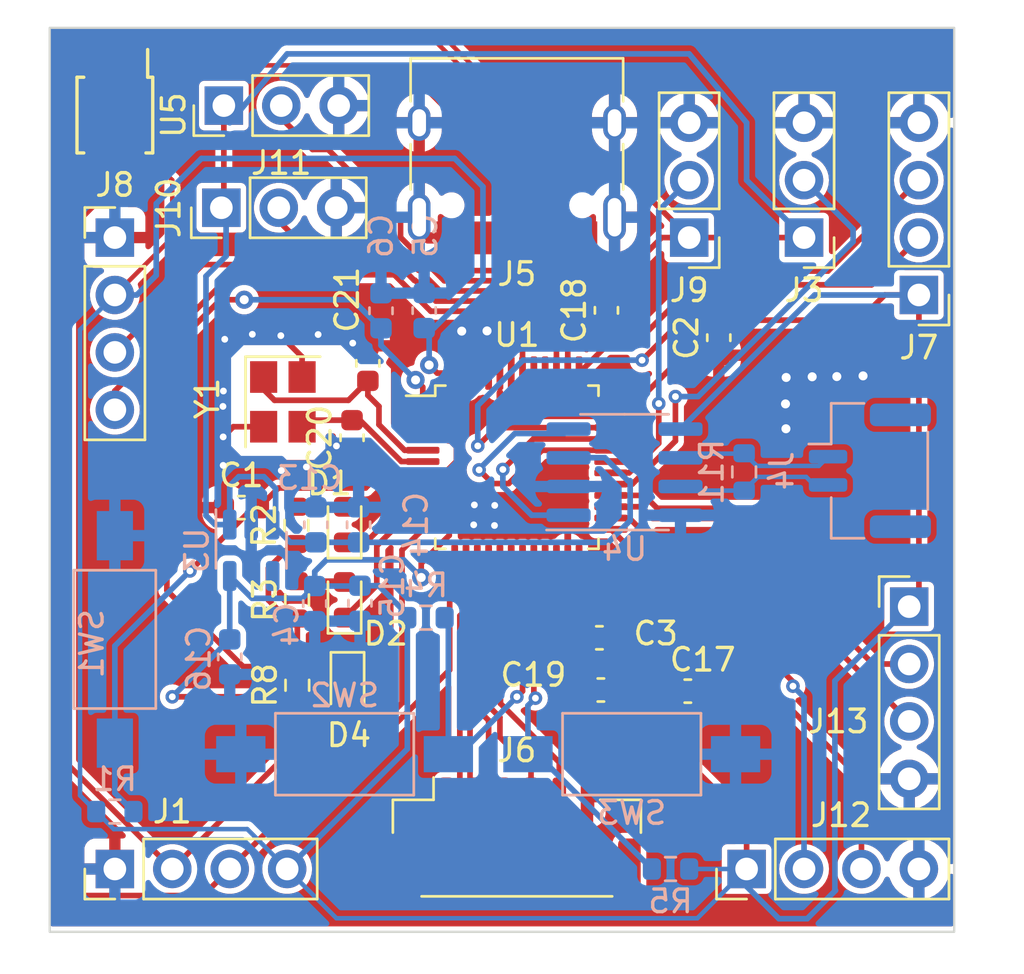
<source format=kicad_pcb>
(kicad_pcb (version 20221018) (generator pcbnew)
  (layers (0 "F.Cu" signal) (31 "B.Cu" signal) (34 "B.Paste" user) (35 "F.Paste" user) (36 "B.SilkS" user "B.Silkscreen") (37 "F.SilkS" user "F.Silkscreen") (38 "B.Mask" user) (39 "F.Mask" user) (44 "Edge.Cuts" user))
  (net 0 "")
  (net 1 "GND")
  (net 2 "/MCU/RESET")
  (net 3 "/MCU/XTAL_I")
  (net 4 "/MCU/XTAL_O")
  (net 5 "Net-(D4-A)")
  (net 6 "/MCU/LED1")
  (net 7 "/MCU/LED2")
  (net 9 "+3V3")
  (net 10 "+5V")
  (net 14 "/MCU/DIO")
  (net 15 "/MCU/CLK")
  (net 30 "Net-(D1-A)")
  (net 31 "Net-(D2-A)")
  (net 32 "/Connector/TXD")
  (net 33 "/Connector/RXD")
  (net 34 "/Connector/TIM1_CH")
  (net 35 "/Connector/-")
  (net 36 "/Connector/+")
  (net 37 "/Connector/DP")
  (net 38 "/Connector/DN")
  (net 39 "/Connector/SPI_CS")
  (net 40 "/Connector/SPI_SCK")
  (net 41 "/Connector/SPI_MISO")
  (net 42 "/Connector/SPI_MOSI")
  (net 43 "/Connector/GPIO0")
  (net 44 "/Connector/I2C1_SCL")
  (net 45 "/Connector/I2C1_SDA")
  (net 46 "/Connector/TIM1_CH2")
  (net 47 "/Connector/TIM2_CH2")
  (net 48 "/Connector/TIM2_CH1")
  (net 49 "/Connector/PB13")
  (net 50 "/Connector/PB12")
  (net 51 "/Connector/PB15")
  (net 52 "/Connector/PB14")
  (net 53 "/MCU/KEY1")
  (net 54 "/MCU/KEY2")
  (net 55 "/Connector/CAN_RX")
  (net 56 "/Connector/CAN_TX")
  (footprint "Connector_PinHeader_2.54mm:PinHeader_1x03_P2.54mm_Vertical" (layer "F.Cu") (at 213.36 81.28 180)
    (fp_text reference "J3")
    (fp_text value "Conn_01x03")
  )
  (footprint "Connector_PinHeader_2.54mm:PinHeader_1x04_P2.54mm_Vertical" (layer "F.Cu") (at 218.44 83.82 180)
    (fp_text reference "J7")
    (fp_text value "Conn_01x04")
  )
  (footprint "Capacitor_SMD:C_0603_1608Metric" (layer "F.Cu") (at 204.375 101.3)
    (fp_text reference "C19")
    (fp_text value "100n")
  )
  (footprint "ResistorSMD:R_0603_1608Metric" (layer "F.Cu") (at 190.95 101.09 90)
    (fp_text reference "R8")
    (fp_text value "10k")
  )
  (footprint "LED_SMD:LED_0603_1608Metric" (layer "F.Cu") (at 193.04 97.3075 90)
    (fp_text reference "D2")
    (fp_text value "LED")
  )
  (footprint "LED_SMD:LED_0603_1608Metric" (layer "F.Cu") (at 193.04 93.98 90)
    (fp_text reference "D1")
    (fp_text value "LED")
  )
  (footprint "Connector_PinHeader_2.54mm:PinHeader_1x04_P2.54mm_Vertical" (layer "F.Cu") (at 210.82 109.22 90)
    (fp_text reference "J12")
    (fp_text value "Conn_01x04")
  )
  (footprint "Connector_PinHeader_2.54mm:PinHeader_1x04_P2.54mm_Vertical" (layer "F.Cu") (at 182.88 109.22 90)
    (fp_text reference "J1")
    (fp_text value "Conn_01x04")
  )
  (footprint "Connector_PinHeader_2.54mm:PinHeader_1x03_P2.54mm_Vertical" (layer "F.Cu") (at 187.7 75.44 90)
    (fp_text reference "J11")
    (fp_text value "Conn_01x03")
  )
  (footprint "Capacitor_SMD:C_0603_1608Metric" (layer "F.Cu") (at 188.475 93.23)
    (fp_text reference "C1")
    (fp_text value "100n")
  )
  (footprint "ResistorSMD:R_0603_1608Metric" (layer "F.Cu") (at 190.91 94.015 90)
    (fp_text reference "R2")
    (fp_text value "1K")
  )
  (footprint "Capacitor_SMD:C_0603_1608Metric" (layer "F.Cu") (at 194.07 86.845 90)
    (fp_text reference "C21")
    (fp_text value "12p")
  )
  (footprint "Connector_PinHeader_2.54mm:PinHeader_1x04_P2.54mm_Vertical" (layer "F.Cu") (at 182.88 81.28)
    (fp_text reference "J8")
    (fp_text value "Conn_01x04")
  )
  (footprint "Connector_JST:JST_GH_SM06B-GHS-TB_1x06-1MP_P1.25mm_Horizontal" (layer "F.Cu") (at 200.66 107.87)
    (fp_text reference "J6")
    (fp_text value "Conn_01x06")
  )
  (footprint "Capacitor_SMD:C_0603_1608Metric" (layer "F.Cu") (at 204.31 98.99 180)
    (fp_text reference "C3")
    (fp_text value "100n")
  )
  (footprint "Connector_PinHeader_2.54mm:PinHeader_1x03_P2.54mm_Vertical" (layer "F.Cu") (at 187.59 79.96 90)
    (fp_text reference "J10")
    (fp_text value "Conn_01x03")
  )
  (footprint "Connector_USB:USB_C_Receptacle_HRO_TYPE-C-31-M-12" (layer "F.Cu") (at 200.66 77.25 180)
    (fp_text reference "J5")
    (fp_text value "USB_C_Receptacle_USB2.0")
  )
  (footprint "Connector_PinHeader_2.54mm:PinHeader_1x03_P2.54mm_Vertical" (layer "F.Cu") (at 208.28 81.28 180)
    (fp_text reference "J9")
    (fp_text value "Conn_01x03")
  )
  (footprint "Connector_PinHeader_2.54mm:PinHeader_1x04_P2.54mm_Vertical" (layer "F.Cu") (at 218.01 97.61)
    (fp_text reference "J13")
    (fp_text value "Conn_01x04")
  )
  (footprint "Capacitor_SMD:C_0603_1608Metric" (layer "F.Cu") (at 208.22 101.35 180)
    (fp_text reference "C17")
    (fp_text value "100n")
  )
  (footprint "Capacitor_SMD:C_0603_1608Metric" (layer "F.Cu") (at 204.62 84.5 90)
    (fp_text reference "C18")
    (fp_text value "100n")
  )
  (footprint "Crystal:Crystal_SMD_3225-4Pin_3.2x2.5mm" (layer "F.Cu") (at 190.31 88.55 -90)
    (fp_text reference "Y1")
    (fp_text value "12M")
  )
  (footprint "Capacitor_SMD:C_0603_1608Metric" (layer "F.Cu") (at 209.59 85.71 90)
    (fp_text reference "C2")
    (fp_text value "100n")
  )
  (footprint "LED_SMD:LED_0603_1608Metric" (layer "F.Cu") (at 193.17 101.1175 -90)
    (fp_text reference "D4")
    (fp_text value "RED")
  )
  (footprint "PackageQFP:LQFP-48_7x7mm_P0.5mm" (layer "F.Cu") (at 200.66 91.44)
    (fp_text reference "U1")
    (fp_text value "STM32F103C8Tx")
  )
  (footprint "Capacitor_SMD:C_0603_1608Metric" (layer "F.Cu") (at 193.37 90.135 90)
    (fp_text reference "C20")
    (fp_text value "12p")
  )
  (footprint "ResistorSMD:R_0603_1608Metric" (layer "F.Cu") (at 190.94 97.31 90)
    (fp_text reference "R3")
    (fp_text value "1K")
  )
  (footprint "Package_SO:MSOP-10_3x3mm_P0.5mm" (layer "F.Cu") (at 182.88 75.86 -90)
    (fp_text reference "U5")
    (fp_text value "CH340E")
  )
  (footprint "Button_Switch_SMD:SW_SPST_FSMSM" (layer "B.Cu") (at 182.88 99.06 90)
    (fp_text reference "SW1")
    (fp_text value " SW")
  )
  (footprint "ResistorSMD:R_0603_1608Metric" (layer "B.Cu") (at 196.64 98.1 180)
    (fp_text reference "R4")
    (fp_text value "10k")
  )
  (footprint "Button_Switch_SMD:SW_SPST_FSMSM" (layer "B.Cu") (at 193.04 104.14 180)
    (fp_text reference "SW2")
    (fp_text value " SW")
  )
  (footprint "Package_SO:SOIC-8_3.9x4.9mm_P1.27mm" (layer "B.Cu") (at 205.42143 91.66)
    (fp_text reference "U4")
    (fp_text value "TJA1051T-3")
  )
  (footprint "Capacitor_SMD:C_0603_1608Metric" (layer "B.Cu") (at 193.72 97.46 90)
    (fp_text reference "C15")
    (fp_text value "100n")
  )
  (footprint "Capacitor_SMD:C_0603_1608Metric" (layer "B.Cu") (at 193.66 93.99 -90)
    (fp_text reference "C14")
    (fp_text value "100n")
  )
  (footprint "Capacitor_SMD:C_0603_1608Metric" (layer "B.Cu") (at 191.77 93.99 -90)
    (fp_text reference "C13")
    (fp_text value "2.2u")
  )
  (footprint "Capacitor_SMD:C_0603_1608Metric" (layer "B.Cu") (at 196.56 84.51 -90)
    (fp_text reference "C5")
    (fp_text value "100n")
  )
  (footprint "Connector_JST:JST_GH_SM02B-GHS-TB_1x02-1MP_P1.25mm_Horizontal" (layer "B.Cu") (at 216.27143 91.6 -90)
    (fp_text reference "J4")
    (fp_text value "Conn_01x02")
  )
  (footprint "Capacitor_SMD:C_0603_1608Metric" (layer "B.Cu") (at 191.72 97.475 90)
    (fp_text reference "C4")
    (fp_text value "100n")
  )
  (footprint "PackageSOT:SOT-23-5" (layer "B.Cu") (at 188.91 95.1175 -90)
    (fp_text reference "U3")
    (fp_text value "HX9193-33GB")
  )
  (footprint "ResistorSMD:R_0603_1608Metric" (layer "B.Cu") (at 182.88 106.68 180)
    (fp_text reference "R1")
    (fp_text value "10k")
  )
  (footprint "Capacitor_SMD:C_0603_1608Metric" (layer "B.Cu") (at 187.96 99.835 90)
    (fp_text reference "C16")
    (fp_text value "2.2u")
  )
  (footprint "ResistorSMD:R_0603_1608Metric" (layer "B.Cu") (at 210.71143 91.65 -90)
    (fp_text reference "R11")
    (fp_text value "120")
  )
  (footprint "ResistorSMD:R_0603_1608Metric" (layer "B.Cu") (at 207.455 109.22)
    (fp_text reference "R5")
    (fp_text value "10k")
  )
  (footprint "Capacitor_SMD:C_0603_1608Metric" (layer "B.Cu") (at 194.65 84.52 -90)
    (fp_text reference "C6")
    (fp_text value "100n")
  )
  (footprint "Button_Switch_SMD:SW_SPST_FSMSM" (layer "B.Cu") (at 205.74 104.14)
    (fp_text reference "SW3")
    (fp_text value " SW")
  )
  (gr_rect locked (start 180 72) (end 220 112) (stroke (width 0.1)) (fill none) (layer "Edge.Cuts"))
  (segment (start 187.74 88.01) (end 187.68 88.07) (width 0.25) (layer "F.Cu") (net 1))
  (segment (start 182.88 73.66) (end 182.88 74.422) (width 0.25) (layer "F.Cu") (net 1))
  (segment (start 189.46 89.65) (end 188.12 89.65) (width 0.25) (layer "F.Cu") (net 1))
  (segment (start 187.66 90.09) (end 187.67 90.1) (width 0.25) (layer "F.Cu") (net 1))
  (segment (start 191.35 91.43) (end 190.4 91.43) (width 0.25) (layer "F.Cu") (net 1))
  (segment (start 191.87 85.57) (end 191.85 85.59) (width 0.25) (layer "F.Cu") (net 1))
  (segment (start 187.74 85.78) (end 187.97 85.55) (width 0.25) (layer "F.Cu") (net 1))
  (segment (start 188.97 85.55) (end 190.15 85.55) (width 0.25) (layer "F.Cu") (net 1))
  (segment (start 190.4 91.43) (end 190.24 91.59) (width 0.25) (layer "F.Cu") (net 1))
  (segment (start 191.89 85.59) (end 191.87 85.57) (width 0.25) (layer "F.Cu") (net 1))
  (segment (start 191.35 91.43) (end 191.75 91.43) (width 0.25) (layer "F.Cu") (net 1))
  (segment (start 188.12 89.65) (end 187.67 90.1) (width 0.25) (layer "F.Cu") (net 1))
  (segment (start 187.66 88.75) (end 187.68 88.73) (width 0.25) (layer "F.Cu") (net 1))
  (segment (start 191.16 86.56) (end 190.22 85.62) (width 0.25) (layer "F.Cu") (net 1))
  (segment (start 187.97 85.55) (end 188.95 85.55) (width 0.25) (layer "F.Cu") (net 1))
  (segment (start 193.4 85.95) (end 193.04 85.59) (width 0.25) (layer "F.Cu") (net 1))
  (segment (start 190.15 85.55) (end 190.22 85.62) (width 0.25) (layer "F.Cu") (net 1))
  (segment (start 193.04 85.59) (end 191.89 85.59) (width 0.25) (layer "F.Cu") (net 1))
  (segment (start 188.95 85.55) (end 188.96 85.56) (width 0.25) (layer "F.Cu") (net 1))
  (segment (start 187.67 91.36) (end 190.01 91.36) (width 0.25) (layer "F.Cu") (net 1))
  (segment (start 191.85 85.59) (end 190.25 85.59) (width 0.25) (layer "F.Cu") (net 1))
  (segment (start 187.68 88.73) (end 187.68 88.07) (width 0.25) (layer "F.Cu") (net 1))
  (segment (start 191.75 91.43) (end 192.68 90.5) (width 0.25) (layer "F.Cu") (net 1))
  (segment (start 187.66 88.75) (end 187.66 90.09) (width 0.25) (layer "F.Cu") (net 1))
  (segment (start 191.16 87.45) (end 191.16 86.56) (width 0.25) (layer "F.Cu") (net 1))
  (segment (start 190.25 85.59) (end 190.22 85.62) (width 0.25) (layer "F.Cu") (net 1))
  (segment (start 188.96 85.56) (end 188.97 85.55) (width 0.25) (layer "F.Cu") (net 1))
  (segment (start 190.01 91.36) (end 190.24 91.59) (width 0.25) (layer "F.Cu") (net 1))
  (segment (start 187.74 85.78) (end 187.74 88.01) (width 0.25) (layer "F.Cu") (net 1))
  (segment (start 187.67 91.36) (end 187.67 90.1) (width 0.25) (layer "F.Cu") (net 1))
  (via (at 190.24 91.59) (size 0.6) (drill 0.3) (layers "F.Cu" "B.Cu") (net 1))
  (via (at 188.96 85.56) (size 0.6) (drill 0.3) (layers "F.Cu" "B.Cu") (net 1))
  (via (at 214.81 87.43) (size 0.8) (drill 0.4) (layers "F.Cu" "B.Cu") (net 1))
  (via (at 191.35 91.43) (size 0.6) (drill 0.3) (layers "F.Cu" "B.Cu") (net 1))
  (via (at 212.54 88.64) (size 0.8) (drill 0.4) (layers "F.Cu" "B.Cu") (net 1))
  (via (at 213.72 87.44) (size 0.8) (drill 0.4) (layers "F.Cu" "B.Cu") (net 1))
  (via (at 199.67 94.02) (size 0.6) (drill 0.3) (layers "F.Cu" "B.Cu") (net 1))
  (via (at 192.68 90.5) (size 0.6) (drill 0.3) (layers "F.Cu" "B.Cu") (net 1))
  (via (at 187.67 91.36) (size 0.6) (drill 0.3) (layers "F.Cu" "B.Cu") (net 1))
  (via (at 199.68 93.13) (size 0.6) (drill 0.3) (layers "F.Cu" "B.Cu") (net 1))
  (via (at 190.22 85.62) (size 0.6) (drill 0.3) (layers "F.Cu" "B.Cu") (net 1))
  (via (at 187.68 88.07) (size 0.6) (drill 0.3) (layers "F.Cu" "B.Cu") (net 1))
  (via (at 199.34 85.41) (size 0.8) (drill 0.4) (layers "F.Cu" "B.Cu") (net 1))
  (via (at 198.75 93.99) (size 0.6) (drill 0.3) (layers "F.Cu" "B.Cu") (net 1))
  (via (at 212.56 89.74) (size 0.8) (drill 0.4) (layers "F.Cu" "B.Cu") (net 1))
  (via (at 212.57 87.47) (size 0.8) (drill 0.4) (layers "F.Cu" "B.Cu") (net 1))
  (via (at 187.66 88.75) (size 0.6) (drill 0.3) (layers "F.Cu" "B.Cu") (net 1))
  (via (at 193.4 85.95) (size 0.6) (drill 0.3) (layers "F.Cu" "B.Cu") (net 1))
  (via (at 198.78 93.11) (size 0.6) (drill 0.3) (layers "F.Cu" "B.Cu") (net 1))
  (via (at 187.67 90.1) (size 0.6) (drill 0.3) (layers "F.Cu" "B.Cu") (net 1))
  (via (at 215.97 87.4) (size 0.8) (drill 0.4) (layers "F.Cu" "B.Cu") (net 1))
  (via (at 191.87 85.57) (size 0.6) (drill 0.3) (layers "F.Cu" "B.Cu") (net 1))
  (via (at 198.22 85.42) (size 0.8) (drill 0.4) (layers "F.Cu" "B.Cu") (net 1))
  (via (at 187.74 85.78) (size 0.6) (drill 0.3) (layers "F.Cu" "B.Cu") (net 1))
  (segment (start 194.64 91.69) (end 193.97 92.36) (width 0.25) (layer "F.Cu") (net 2))
  (segment (start 189.25 93.23) (end 189 93.23) (width 0.25) (layer "F.Cu") (net 2))
  (segment (start 189 93.23) (end 186.2 96.03) (width 0.25) (layer "F.Cu") (net 2))
  (segment (start 193.97 92.36) (end 190.12 92.36) (width 0.25) (layer "F.Cu") (net 2))
  (segment (start 190.12 92.36) (end 189.25 93.23) (width 0.25) (layer "F.Cu") (net 2))
  (segment (start 196.4975 91.69) (end 194.64 91.69) (width 0.25) (layer "F.Cu") (net 2))
  (via (at 186.2 96.03) (size 0.6) (drill 0.3) (layers "F.Cu" "B.Cu") (net 2))
  (segment (start 182.88 103.65) (end 182.88 99.35) (width 0.25) (layer "B.Cu") (net 2))
  (segment (start 183.705 106.68) (end 182.88 105.855) (width 0.25) (layer "B.Cu") (net 2))
  (segment (start 182.88 99.35) (end 186.2 96.03) (width 0.25) (layer "B.Cu") (net 2))
  (segment (start 182.88 105.855) (end 182.88 103.65) (width 0.25) (layer "B.Cu") (net 2))
  (segment (start 194.07 87.62) (end 194.07 88.26) (width 0.25) (layer "F.Cu") (net 3))
  (segment (start 194.56 89.555685) (end 195.694315 90.69) (width 0.25) (layer "F.Cu") (net 3))
  (segment (start 189.46 88) (end 189.94 88.48) (width 0.25) (layer "F.Cu") (net 3))
  (segment (start 194.07 88.26) (end 194.56 88.75) (width 0.25) (layer "F.Cu") (net 3))
  (segment (start 195.694315 90.69) (end 196.4975 90.69) (width 0.25) (layer "F.Cu") (net 3))
  (segment (start 189.94 88.48) (end 193.21 88.48) (width 0.25) (layer "F.Cu") (net 3))
  (segment (start 194.56 88.75) (end 194.56 89.555685) (width 0.25) (layer "F.Cu") (net 3))
  (segment (start 193.21 88.48) (end 194.07 87.62) (width 0.25) (layer "F.Cu") (net 3))
  (segment (start 189.46 87.45) (end 189.46 88) (width 0.25) (layer "F.Cu") (net 3))
  (segment (start 195.55 91.19) (end 193.72 89.36) (width 0.25) (layer "F.Cu") (net 4))
  (segment (start 191.45 89.36) (end 191.16 89.65) (width 0.25) (layer "F.Cu") (net 4))
  (segment (start 193.72 89.36) (end 193.37 89.36) (width 0.25) (layer "F.Cu") (net 4))
  (segment (start 193.37 89.36) (end 191.45 89.36) (width 0.25) (layer "F.Cu") (net 4))
  (segment (start 196.4975 91.19) (end 195.55 91.19) (width 0.25) (layer "F.Cu") (net 4))
  (segment (start 193.16 101.915) (end 193.17 101.905) (width 0.25) (layer "F.Cu") (net 5))
  (segment (start 190.95 101.915) (end 193.16 101.915) (width 0.25) (layer "F.Cu") (net 5))
  (segment (start 193.980419 94.7675) (end 193.04 94.7675) (width 0.25) (layer "F.Cu") (net 6))
  (segment (start 196.4975 93.19) (end 195.557919 93.19) (width 0.25) (layer "F.Cu") (net 6))
  (segment (start 195.557919 93.19) (end 193.980419 94.7675) (width 0.25) (layer "F.Cu") (net 6))
  (segment (start 194.463896 94.920419) (end 194.463896 96.671104) (width 0.25) (layer "F.Cu") (net 7))
  (segment (start 194.463896 96.671104) (end 193.04 98.095) (width 0.25) (layer "F.Cu") (net 7))
  (segment (start 196.4975 93.69) (end 195.694315 93.69) (width 0.25) (layer "F.Cu") (net 7))
  (segment (start 195.694315 93.69) (end 194.463896 94.920419) (width 0.25) (layer "F.Cu") (net 7))
  (segment (start 207.97 101.875) (end 207.97 104.24) (width 0.25) (layer "F.Cu") (net 9))
  (segment (start 183.88 78.06) (end 183.88 77.11) (width 0.2) (layer "F.Cu") (net 9))
  (segment (start 207.445 102.745) (end 207.445 101.35) (width 0.25) (layer "F.Cu") (net 9))
  (segment (start 184.74 78.06) (end 183.88 78.06) (width 0.2) (layer "F.Cu") (net 9))
  (segment (start 190.95 100.265) (end 189.615 101.6) (width 0.25) (layer "F.Cu") (net 9))
  (segment (start 210.82 107.09) (end 210.82 109.22) (width 0.25) (layer "F.Cu") (net 9))
  (segment (start 203.41 95.6025) (end 203.41 98.965) (width 0.25) (layer "F.Cu") (net 9))
  (segment (start 196.4975 88.69) (end 196.4975 87.8975) (width 0.25) (layer "F.Cu") (net 9))
  (segment (start 203.6 101.3) (end 203.6 102.39) (width 0.25) (layer "F.Cu") (net 9))
  (segment (start 197.1375 87.2775) (end 196.78 86.92) (width 0.25) (layer "F.Cu") (net 9))
  (segment (start 205.835 88.69) (end 209.59 84.935) (width 0.25) (layer "F.Cu") (net 9))
  (segment (start 190.485 98.135) (end 189.67 97.32) (width 0.25) (layer "F.Cu") (net 9))
  (segment (start 188.555 100.265) (end 190.95 100.265) (width 0.25) (layer "F.Cu") (net 9))
  (segment (start 204.8225 88.69) (end 205.835 88.69) (width 0.25) (layer "F.Cu") (net 9))
  (segment (start 189.67 97.32) (end 189.67 95.91) (width 0.25) (layer "F.Cu") (net 9))
  (segment (start 187.55 84.03) (end 185.18 86.4) (width 0.25) (layer "F.Cu") (net 9))
  (segment (start 196.43 95.695) (end 196.43 96.32) (width 0.25) (layer "F.Cu") (net 9))
  (segment (start 203.41 98.965) (end 203.545 99.1) (width 0.25) (layer "F.Cu") (net 9))
  (segment (start 203.545 99.1) (end 203.545 101.245) (width 0.25) (layer "F.Cu") (net 9))
  (segment (start 182.43 77.06) (end 182.38 77.11) (width 0.2) (layer "F.Cu") (net 9))
  (segment (start 216.93 83.82) (end 218.44 83.82) (width 0.25) (layer "F.Cu") (net 9))
  (segment (start 185.42 78.74) (end 184.74 78.06) (width 0.2) (layer "F.Cu") (net 9))
  (segment (start 197.300685 92.69) (end 197.669315 93.05863) (width 0.25) (layer "F.Cu") (net 9))
  (segment (start 196.4975 87.8975) (end 196.18 87.58) (width 0.25) (layer "F.Cu") (net 9))
  (segment (start 190.95 100.265) (end 190.95 98.145) (width 0.25) (layer "F.Cu") (net 9))
  (segment (start 190.94 98.135) (end 190.485 98.135) (width 0.25) (layer "F.Cu") (net 9))
  (segment (start 207.445 101.35) (end 207.97 101.875) (width 0.25) (layer "F.Cu") (net 9))
  (segment (start 185.42 81.28) (end 185.42 78.74) (width 0.2) (layer "F.Cu") (net 9))
  (segment (start 203.6 102.39) (end 204.72 103.51) (width 0.25) (layer "F.Cu") (net 9))
  (segment (start 218.44 97.18) (end 218.01 97.61) (width 0.25) (layer "F.Cu") (net 9))
  (segment (start 189.615 101.6) (end 185.42 101.6) (width 0.25) (layer "F.Cu") (net 9))
  (segment (start 185.18 96.89) (end 188.555 100.265) (width 0.25) (layer "F.Cu") (net 9))
  (segment (start 183.83 77.06) (end 182.43 77.06) (width 0.2) (layer "F.Cu") (net 9))
  (segment (start 215.815 84.935) (end 216.93 83.82) (width 0.25) (layer "F.Cu") (net 9))
  (segment (start 189.67 95.91) (end 190.74 94.84) (width 0.25) (layer "F.Cu") (net 9))
  (segment (start 196.4975 92.69) (end 197.300685 92.69) (width 0.25) (layer "F.Cu") (net 9))
  (segment (start 207.97 104.24) (end 210.82 107.09) (width 0.25) (layer "F.Cu") (net 9))
  (segment (start 182.88 83.82) (end 185.42 81.28) (width 0.2) (layer "F.Cu") (net 9))
  (segment (start 197.91 87.2775) (end 197.1375 87.2775) (width 0.25) (layer "F.Cu") (net 9))
  (segment (start 206.68 103.51) (end 207.445 102.745) (width 0.25) (layer "F.Cu") (net 9))
  (segment (start 203.545 101.245) (end 203.6 101.3) (width 0.25) (layer "F.Cu") (net 9))
  (segment (start 190.95 98.145) (end 190.94 98.135) (width 0.25) (layer "F.Cu") (net 9))
  (segment (start 183.88 77.11) (end 183.83 77.06) (width 0.2) (layer "F.Cu") (net 9))
  (segment (start 197.669315 94.455685) (end 196.43 95.695) (width 0.25) (layer "F.Cu") (net 9))
  (segment (start 182.38 77.11) (end 182.38 78.06) (width 0.2) (layer "F.Cu") (net 9))
  (segment (start 218.44 83.82) (end 218.44 97.18) (width 0.25) (layer "F.Cu") (net 9))
  (segment (start 185.18 86.4) (end 185.18 96.89) (width 0.25) (layer "F.Cu") (net 9))
  (segment (start 188.6 84.03) (end 187.55 84.03) (width 0.25) (layer "F.Cu") (net 9))
  (segment (start 190.74 94.84) (end 190.91 94.84) (width 0.25) (layer "F.Cu") (net 9))
  (segment (start 209.59 84.935) (end 215.815 84.935) (width 0.25) (layer "F.Cu") (net 9))
  (segment (start 204.72 103.51) (end 206.68 103.51) (width 0.25) (layer "F.Cu") (net 9))
  (segment (start 197.669315 93.05863) (end 197.669315 94.455685) (width 0.25) (layer "F.Cu") (net 9))
  (via (at 196.18 87.58) (size 0.8) (drill 0.4) (layers "F.Cu" "B.Cu") (net 9))
  (via (at 196.78 86.92) (size 0.8) (drill 0.4) (layers "F.Cu" "B.Cu") (net 9))
  (via (at 196.43 96.32) (size 0.8) (drill 0.4) (layers "F.Cu" "B.Cu") (net 9))
  (via (at 185.42 101.6) (size 0.6) (drill 0.3) (layers "F.Cu" "B.Cu") (net 9))
  (via (at 188.6 84.03) (size 0.8) (drill 0.4) (layers "F.Cu" "B.Cu") (net 9))
  (segment (start 184.26 83.41) (end 183.85 83.82) (width 0.25) (layer "B.Cu") (net 9))
  (segment (start 212.25 111.42) (end 210.82 109.99) (width 0.25) (layer "B.Cu") (net 9))
  (segment (start 193.385 84.03) (end 188.6 84.03) (width 0.25) (layer "B.Cu") (net 9))
  (segment (start 196.18 87.58) (end 194.65 86.05) (width 0.25) (layer "B.Cu") (net 9))
  (segment (start 193.705 96.7) (end 193.72 96.685) (width 0.25) (layer "B.Cu") (net 9))
  (segment (start 193.72 96.685) (end 194.545 96.685) (width 0.25) (layer "B.Cu") (net 9))
  (segment (start 191.72 96.06) (end 191.72 96.7) (width 0.25) (layer "B.Cu") (net 9))
  (segment (start 187.96 96.255) (end 187.96 99.06) (width 0.25) (layer "B.Cu") (net 9))
  (segment (start 196.78 85.505) (end 196.56 85.285) (width 0.25) (layer "B.Cu") (net 9))
  (segment (start 196.43 96.32) (end 195.65 95.54) (width 0.25) (layer "B.Cu") (net 9))
  (segment (start 184.71 79.78) (end 184.71 82.95) (width 0.25) (layer "B.Cu") (net 9))
  (segment (start 218.01 97.61) (end 214.725 100.895) (width 0.25) (layer "B.Cu") (net 9))
  (segment (start 210.82 109.22) (end 208.28 109.22) (width 0.2) (layer "B.Cu") (net 9))
  (segment (start 186.71 77.78) (end 184.71 79.78) (width 0.25) (layer "B.Cu") (net 9))
  (segment (start 192.68 111.4) (end 208.64 111.4) (width 0.2) (layer "B.Cu") (net 9))
  (segment (start 192.24 95.54) (end 191.72 96.06) (width 0.25) (layer "B.Cu") (net 9))
  (segment (start 182.83 107.455) (end 182.055 106.68) (width 0.2) (layer "B.Cu") (net 9))
  (segment (start 213.83143 83.82) (end 218.44 83.82) (width 0.25) (layer "B.Cu") (net 9))
  (segment (start 199.16 83.12) (end 199.16 79.03) (width 0.25) (layer "B.Cu") (net 9))
  (segment (start 181.34 85.36) (end 182.88 83.82) (width 0.2) (layer "B.Cu") (net 9))
  (segment (start 196.78 86.92) (end 196.78 85.505) (width 0.25) (layer "B.Cu") (net 9))
  (segment (start 188.9475 97.2425) (end 187.96 96.255) (width 0.25) (layer "B.Cu") (net 9))
  (segment (start 183.85 83.82) (end 182.88 83.82) (width 0.25) (layer "B.Cu") (net 9))
  (segment (start 191.72 96.7) (end 193.705 96.7) (width 0.25) (layer "B.Cu") (net 9))
  (segment (start 184.26 83.4) (end 184.26 83.41) (width 0.25) (layer "B.Cu") (net 9))
  (segment (start 195.815 103.905) (end 190.5 109.22) (width 0.25) (layer "B.Cu") (net 9))
  (segment (start 185.42 101.6) (end 187.96 99.06) (width 0.25) (layer "B.Cu") (net 9))
  (segment (start 196.56 85.285) (end 196.995 85.285) (width 0.25) (layer "B.Cu") (net 9))
  (segment (start 195.65 95.54) (end 192.24 95.54) (width 0.25) (layer "B.Cu") (net 9))
  (segment (start 199.16 79.03) (end 197.91 77.78) (width 0.25) (layer "B.Cu") (net 9))
  (segment (start 191.72 96.7) (end 191.1775 97.2425) (width 0.25) (layer "B.Cu") (net 9))
  (segment (start 190.5 109.22) (end 192.68 111.4) (width 0.2) (layer "B.Cu") (net 9))
  (segment (start 196.995 85.285) (end 199.16 83.12) (width 0.25) (layer "B.Cu") (net 9))
  (segment (start 194.65 85.295) (end 193.385 84.03) (width 0.25) (layer "B.Cu") (net 9))
  (segment (start 194.545 96.685) (end 195.74 97.88) (width 0.25) (layer "B.Cu") (net 9))
  (segment (start 181.34 105.965) (end 181.34 85.36) (width 0.2) (layer "B.Cu") (net 9))
  (segment (start 214.725 110.145) (end 214.75 110.17) (width 0.25) (layer "B.Cu") (net 9))
  (segment (start 195.815 98.1) (end 195.815 103.905) (width 0.25) (layer "B.Cu") (net 9))
  (segment (start 197.91 77.78) (end 186.71 77.78) (width 0.25) (layer "B.Cu") (net 9))
  (segment (start 214.725 100.895) (end 214.725 110.145) (width 0.25) (layer "B.Cu") (net 9))
  (segment (start 207.89643 89.755) (end 213.83143 83.82) (width 0.25) (layer "B.Cu") (net 9))
  (segment (start 210.82 109.99) (end 210.82 109.22) (width 0.25) (layer "B.Cu") (net 9))
  (segment (start 191.1775 97.2425) (end 188.9475 97.2425) (width 0.25) (layer "B.Cu") (net 9))
  (segment (start 184.71 82.95) (end 184.26 83.4) (width 0.25) (layer "B.Cu") (net 9))
  (segment (start 194.65 86.05) (end 194.65 85.295) (width 0.25) (layer "B.Cu") (net 9))
  (segment (start 188.735 107.455) (end 182.83 107.455) (width 0.2) (layer "B.Cu") (net 9))
  (segment (start 190.5 109.22) (end 188.735 107.455) (width 0.2) (layer "B.Cu") (net 9))
  (segment (start 208.64 111.4) (end 210.82 109.22) (width 0.2) (layer "B.Cu") (net 9))
  (segment (start 214.75 110.17) (end 213.5 111.42) (width 0.25) (layer "B.Cu") (net 9))
  (segment (start 213.5 111.42) (end 212.25 111.42) (width 0.25) (layer "B.Cu") (net 9))
  (segment (start 182.055 106.68) (end 181.34 105.965) (width 0.2) (layer "B.Cu") (net 9))
  (segment (start 198.681996 82.741996) (end 200.274756 82.741996) (width 0.25) (layer "F.Cu") (net 10))
  (segment (start 200.274756 82.741996) (end 200.27776 82.745) (width 0.25) (layer "F.Cu") (net 10))
  (segment (start 198.21 81.295) (end 198.21 82.27) (width 0.25) (layer "F.Cu") (net 10))
  (segment (start 203.11 82.27) (end 203.11 81.295) (width 0.25) (layer "F.Cu") (net 10))
  (segment (start 202.43 79.79) (end 203.11 80.47) (width 0.25) (layer "F.Cu") (net 10))
  (segment (start 204.62 83.725) (end 207.065 81.28) (width 0.25) (layer "F.Cu") (net 10))
  (segment (start 203.03 78.51) (end 202.43 79.11) (width 0.25) (layer "F.Cu") (net 10))
  (segment (start 205.51 78.51) (end 203.03 78.51) (width 0.25) (layer "F.Cu") (net 10))
  (segment (start 202.43 79.11) (end 202.43 79.79) (width 0.25) (layer "F.Cu") (net 10))
  (segment (start 208.28 81.28) (end 213.36 81.28) (width 0.25) (layer "F.Cu") (net 10))
  (segment (start 202.635 82.745) (end 203.11 82.27) (width 0.25) (layer "F.Cu") (net 10))
  (segment (start 207.065 81.28) (end 208.28 81.28) (width 0.25) (layer "F.Cu") (net 10))
  (segment (start 200.27776 82.745) (end 202.635 82.745) (width 0.25) (layer "F.Cu") (net 10))
  (segment (start 187.7 75.44) (end 187.7 80.66) (width 0.25) (layer "F.Cu") (net 10))
  (segment (start 198.21 82.27) (end 198.681996 82.741996) (width 0.25) (layer "F.Cu") (net 10))
  (segment (start 203.11 80.47) (end 203.11 81.295) (width 0.25) (layer "F.Cu") (net 10))
  (segment (start 208.28 81.28) (end 205.51 78.51) (width 0.25) (layer "F.Cu") (net 10))
  (segment (start 205.67 93.8) (end 204.705 94.765) (width 0.25) (layer "B.Cu") (net 10))
  (segment (start 202.94643 91.025) (end 203.323181 91.025) (width 0.25) (layer "B.Cu") (net 10))
  (segment (start 190.5 73.152) (end 208.28 73.152) (width 0.25) (layer "B.Cu") (net 10))
  (segment (start 188.36 91.86) (end 189.47 91.86) (width 0.25) (layer "B.Cu") (net 10))
  (segment (start 189.99 92.38) (end 189.99 93.85) (width 0.25) (layer "B.Cu") (net 10))
  (segment (start 191.77 94.765) (end 190.645 94.765) (width 0.25) (layer "B.Cu") (net 10))
  (segment (start 204.55 91.02) (end 205.57 92.04) (width 0.25) (layer "B.Cu") (net 10))
  (segment (start 187.96 92.26) (end 188.36 91.86) (width 0.25) (layer "B.Cu") (net 10))
  (segment (start 210.82 78.74) (end 213.36 81.28) (width 0.25) (layer "B.Cu") (net 10))
  (segment (start 189.99 93.85) (end 189.86 93.98) (width 0.25) (layer "B.Cu") (net 10))
  (segment (start 205.67 92.04) (end 205.67 93.8) (width 0.25) (layer "B.Cu") (net 10))
  (segment (start 186.91 93.58) (end 186.91 82.99) (width 0.25) (layer "B.Cu") (net 10))
  (segment (start 204.705 94.765) (end 193.66 94.765) (width 0.25) (layer "B.Cu") (net 10))
  (segment (start 210.82 76.2) (end 210.82 78.74) (width 0.25) (layer "B.Cu") (net 10))
  (segment (start 189.47 91.86) (end 189.99 92.38) (width 0.25) (layer "B.Cu") (net 10))
  (segment (start 186.91 82.99) (end 187.8 82.1) (width 0.25) (layer "B.Cu") (net 10))
  (segment (start 203.323181 91.025) (end 203.328181 91.02) (width 0.25) (layer "B.Cu") (net 10))
  (segment (start 187.96 93.98) (end 187.96 92.26) (width 0.25) (layer "B.Cu") (net 10))
  (segment (start 187.96 93.98) (end 187.31 93.98) (width 0.25) (layer "B.Cu") (net 10))
  (segment (start 203.328181 91.02) (end 204.55 91.02) (width 0.25) (layer "B.Cu") (net 10))
  (segment (start 193.66 94.765) (end 191.77 94.765) (width 0.25) (layer "B.Cu") (net 10))
  (segment (start 187.31 93.98) (end 186.91 93.58) (width 0.25) (layer "B.Cu") (net 10))
  (segment (start 190.645 94.765) (end 189.86 93.98) (width 0.25) (layer "B.Cu") (net 10))
  (segment (start 205.57 92.04) (end 205.67 92.04) (width 0.25) (layer "B.Cu") (net 10))
  (segment (start 187.96 76.2) (end 190.5 73.152) (width 0.25) (layer "B.Cu") (net 10))
  (segment (start 208.28 73.152) (end 210.82 76.2) (width 0.25) (layer "B.Cu") (net 10))
  (segment (start 187.8 82.1) (end 187.8 80.76) (width 0.25) (layer "B.Cu") (net 10))
  (segment (start 216.349501 83.370499) (end 209.53032 83.370499) (width 0.25) (layer "F.Cu") (net 14))
  (segment (start 218.44 81.28) (end 216.349501 83.370499) (width 0.25) (layer "F.Cu") (net 14))
  (segment (start 199.74 89.69) (end 198.93 90.5) (width 0.25) (layer "F.Cu") (net 14))
  (segment (start 209.53032 83.370499) (end 206.19576 86.705059) (width 0.25) (layer "F.Cu") (net 14))
  (segment (start 204.8225 89.69) (end 199.74 89.69) (width 0.25) (layer "F.Cu") (net 14))
  (via (at 198.93 90.5) (size 0.6) (drill 0.3) (layers "F.Cu" "B.Cu") (net 14))
  (via (at 206.19576 86.705059) (size 0.6) (drill 0.3) (layers "F.Cu" "B.Cu") (net 14))
  (segment (start 200.934941 86.705059) (end 198.93 88.71) (width 0.25) (layer "B.Cu") (net 14))
  (segment (start 206.19576 86.705059) (end 200.934941 86.705059) (width 0.25) (layer "B.Cu") (net 14))
  (segment (start 198.93 88.71) (end 198.93 90.5) (width 0.25) (layer "B.Cu") (net 14))
  (segment (start 204.5974 86.0901) (end 205.7799 86.0901) (width 0.25) (layer "F.Cu") (net 15))
  (segment (start 205.7799 86.0901) (end 208.514002 83.355998) (width 0.25) (layer "F.Cu") (net 15))
  (segment (start 208.514002 83.355998) (end 208.764002 83.355998) (width 0.25) (layer "F.Cu") (net 15))
  (segment (start 208.73 83.39) (end 209.36 82.76) (width 0.25) (layer "F.Cu") (net 15))
  (segment (start 203.41 87.2775) (end 204.5974 86.0901) (width 0.25) (layer "F.Cu") (net 15))
  (segment (start 214.42 82.76) (end 218.44 78.74) (width 0.25) (layer "F.Cu") (net 15))
  (segment (start 209.36 82.76) (end 214.42 82.76) (width 0.25) (layer "F.Cu") (net 15))
  (segment (start 190.91 93.19) (end 193.0375 93.19) (width 0.25) (layer "F.Cu") (net 30))
  (segment (start 193.0375 93.19) (end 193.04 93.1925) (width 0.25) (layer "F.Cu") (net 30))
  (segment (start 191.25 96.485) (end 193.005 96.485) (width 0.25) (layer "F.Cu") (net 31))
  (segment (start 193.005 96.485) (end 193.04 96.52) (width 0.25) (layer "F.Cu") (net 31))
  (segment (start 195.58 101.878273) (end 195.58 95.1075) (width 0.25) (layer "F.Cu") (net 32))
  (segment (start 185.42 109.22) (end 180.789501 104.589501) (width 0.25) (layer "F.Cu") (net 32))
  (segment (start 183.355 79.085) (end 183.355 79.22069) (width 0.25) (layer "F.Cu") (net 32))
  (segment (start 193.520773 103.9375) (end 195.58 101.878273) (width 0.25) (layer "F.Cu") (net 32))
  (segment (start 195.58 95.1075) (end 196.4975 94.19) (width 0.25) (layer "F.Cu") (net 32))
  (segment (start 180.789501 81.020499) (end 182.275499 79.534501) (width 0.25) (layer "F.Cu") (net 32))
  (segment (start 183.041189 79.534501) (end 182.275499 79.534501) (width 0.25) (layer "F.Cu") (net 32))
  (segment (start 183.38 79.06) (end 183.38 78.06) (width 0.25) (layer "F.Cu") (net 32))
  (segment (start 180.789501 104.589501) (end 180.789501 81.020499) (width 0.25) (layer "F.Cu") (net 32))
  (segment (start 185.42 109.22) (end 190.7025 103.9375) (width 0.25) (layer "F.Cu") (net 32))
  (segment (start 183.355 79.22069) (end 183.041189 79.534501) (width 0.25) (layer "F.Cu") (net 32))
  (segment (start 183.355 79.085) (end 183.38 79.06) (width 0.25) (layer "F.Cu") (net 32))
  (segment (start 190.7025 103.9375) (end 193.520773 103.9375) (width 0.25) (layer "F.Cu") (net 32))
  (segment (start 186.785 110.395) (end 181.515 110.395) (width 0.25) (layer "F.Cu") (net 33))
  (segment (start 197.91 96.405685) (end 197.91 95.6025) (width 0.25) (layer "F.Cu") (net 33))
  (segment (start 193.707668 104.387001) (end 197.687995 100.406674) (width 0.25) (layer "F.Cu") (net 33))
  (segment (start 187.96 109.22) (end 192.792999 104.387001) (width 0.25) (layer "F.Cu") (net 33))
  (segment (start 181.515 110.395) (end 180.34 109.22) (width 0.25) (layer "F.Cu") (net 33))
  (segment (start 180.34 80.83431) (end 182.08931 79.085) (width 0.25) (layer "F.Cu") (net 33))
  (segment (start 187.96 109.22) (end 186.785 110.395) (width 0.25) (layer "F.Cu") (net 33))
  (segment (start 182.855 79.085) (end 182.08931 79.085) (width 0.25) (layer "F.Cu") (net 33))
  (segment (start 182.88 79.06) (end 182.855 79.085) (width 0.25) (layer "F.Cu") (net 33))
  (segment (start 182.88 78.06) (end 182.88 79.06) (width 0.25) (layer "F.Cu") (net 33))
  (segment (start 180.34 109.22) (end 180.34 80.83431) (width 0.25) (layer "F.Cu") (net 33))
  (segment (start 197.687995 96.62769) (end 197.91 96.405685) (width 0.25) (layer "F.Cu") (net 33))
  (segment (start 192.792999 104.387001) (end 193.707668 104.387001) (width 0.25) (layer "F.Cu") (net 33))
  (segment (start 197.687995 100.406674) (end 197.687995 96.62769) (width 0.25) (layer "F.Cu") (net 33))
  (segment (start 205.762081 92.19) (end 207.671761 90.28032) (width 0.25) (layer "F.Cu") (net 34))
  (segment (start 207.671761 90.28032) (end 207.671761 88.314939) (width 0.25) (layer "F.Cu") (net 34))
  (segment (start 204.8225 92.19) (end 205.762081 92.19) (width 0.25) (layer "F.Cu") (net 34))
  (via (at 207.671761 88.314939) (size 0.6) (drill 0.3) (layers "F.Cu" "B.Cu") (net 34))
  (segment (start 215.53 81.46) (end 208.675061 88.314939) (width 0.25) (layer "B.Cu") (net 34))
  (segment (start 215.53 80.91) (end 215.53 81.46) (width 0.25) (layer "B.Cu") (net 34))
  (segment (start 213.36 78.74) (end 215.53 80.91) (width 0.25) (layer "B.Cu") (net 34))
  (segment (start 208.675061 88.314939) (end 207.671761 88.314939) (width 0.25) (layer "B.Cu") (net 34))
  (segment (start 208.08143 90.84) (end 210.69643 90.84) (width 0.2) (layer "B.Cu") (net 35))
  (segment (start 210.71143 90.825) (end 211.26893 91.3825) (width 0.2) (layer "B.Cu") (net 35))
  (segment (start 214.01393 91.3825) (end 214.42143 90.975) (width 0.2) (layer "B.Cu") (net 35))
  (segment (start 210.69643 90.84) (end 210.71143 90.825) (width 0.2) (layer "B.Cu") (net 35))
  (segment (start 207.89643 91.025) (end 208.08143 90.84) (width 0.2) (layer "B.Cu") (net 35))
  (segment (start 211.26893 91.3825) (end 214.01393 91.3825) (width 0.2) (layer "B.Cu") (net 35))
  (segment (start 211.31643 91.87) (end 213.452827 91.87) (width 0.2) (layer "B.Cu") (net 36))
  (segment (start 213.807827 92.225) (end 214.42143 92.225) (width 0.2) (layer "B.Cu") (net 36))
  (segment (start 210.71143 92.475) (end 211.31643 91.87) (width 0.2) (layer "B.Cu") (net 36))
  (segment (start 213.452827 91.87) (end 213.807827 92.225) (width 0.2) (layer "B.Cu") (net 36))
  (segment (start 208.710033 92.475) (end 210.71143 92.475) (width 0.2) (layer "B.Cu") (net 36))
  (segment (start 207.89643 92.295) (end 208.530033 92.295) (width 0.2) (layer "B.Cu") (net 36))
  (segment (start 208.530033 92.295) (end 208.710033 92.475) (width 0.2) (layer "B.Cu") (net 36))
  (segment (start 200.86 76.4) (end 196.959501 72.499501) (width 0.2) (layer "F.Cu") (net 37))
  (segment (start 195.58 73.66) (end 199.91 77.99) (width 0.2) (layer "F.Cu") (net 37))
  (segment (start 199.91 77.99) (end 199.91 81.295) (width 0.2) (layer "F.Cu") (net 37))
  (segment (start 183.88 73.66) (end 187.96 73.66) (width 0.2) (layer "F.Cu") (net 37))
  (segment (start 184.156185 72.499501) (end 183.83 72.825686) (width 0.2) (layer "F.Cu") (net 37))
  (segment (start 187.96 73.66) (end 195.58 73.66) (width 0.2) (layer "F.Cu") (net 37))
  (segment (start 196.959501 72.499501) (end 184.156185 72.499501) (width 0.2) (layer "F.Cu") (net 37))
  (segment (start 183.83 72.825686) (end 183.83 73.66) (width 0.2) (layer "F.Cu") (net 37))
  (segment (start 200.86 81.28) (end 200.86 76.4) (width 0.2) (layer "F.Cu") (net 37))
  (segment (start 200.41 81.295) (end 200.46 81.345) (width 0.2) (layer "F.Cu") (net 38))
  (segment (start 200.46 82.32) (end 201.36 82.32) (width 0.2) (layer "F.Cu") (net 38))
  (segment (start 183.38 72.71) (end 183.38 73.66) (width 0.2) (layer "F.Cu") (net 38))
  (segment (start 201.41 81.295) (end 201.41 76.38502) (width 0.2) (layer "F.Cu") (net 38))
  (segment (start 183.99 72.1) (end 183.43 72.66) (width 0.2) (layer "F.Cu") (net 38))
  (segment (start 200.46 81.345) (end 200.46 82.32) (width 0.2) (layer "F.Cu") (net 38))
  (segment (start 197.12498 72.1) (end 183.99 72.1) (width 0.2) (layer "F.Cu") (net 38))
  (segment (start 201.36 82.32) (end 201.41 82.27) (width 0.2) (layer "F.Cu") (net 38))
  (segment (start 201.41 76.38502) (end 197.12498 72.1) (width 0.2) (layer "F.Cu") (net 38))
  (segment (start 201.41 82.27) (end 201.41 81.295) (width 0.2) (layer "F.Cu") (net 38))
  (segment (start 198.137496 105.417504) (end 197.535 106.02) (width 0.25) (layer "F.Cu") (net 39))
  (segment (start 198.41 95.6025) (end 198.41 97.742642) (width 0.25) (layer "F.Cu") (net 39))
  (segment (start 198.137496 98.015146) (end 198.137496 105.417504) (width 0.25) (layer "F.Cu") (net 39))
  (segment (start 198.41 97.742642) (end 198.137496 98.015146) (width 0.25) (layer "F.Cu") (net 39))
  (segment (start 198.91 97.878332) (end 198.586997 98.201335) (width 0.25) (layer "F.Cu") (net 40))
  (segment (start 198.91 95.6025) (end 198.91 97.878332) (width 0.25) (layer "F.Cu") (net 40))
  (segment (start 198.586997 105.821997) (end 198.785 106.02) (width 0.25) (layer "F.Cu") (net 40))
  (segment (start 198.586997 98.201335) (end 198.586997 105.821997) (width 0.25) (layer "F.Cu") (net 40))
  (segment (start 199.036498 98.38823) (end 199.036498 102.272476) (width 0.25) (layer "F.Cu") (net 41))
  (segment (start 199.036498 102.272476) (end 199.41 102.645978) (width 0.25) (layer "F.Cu") (net 41))
  (segment (start 199.36 96.455685) (end 199.36 98.064728) (width 0.25) (layer "F.Cu") (net 41))
  (segment (start 199.36 98.064728) (end 199.036498 98.38823) (width 0.25) (layer "F.Cu") (net 41))
  (segment (start 199.41 105.395) (end 200.035 106.02) (width 0.25) (layer "F.Cu") (net 41))
  (segment (start 199.41 102.645978) (end 199.41 105.395) (width 0.25) (layer "F.Cu") (net 41))
  (segment (start 199.41 95.6025) (end 199.41 96.405685) (width 0.25) (layer "F.Cu") (net 41))
  (segment (start 199.41 96.405685) (end 199.36 96.455685) (width 0.25) (layer "F.Cu") (net 41))
  (segment (start 199.91 98.151124) (end 199.485999 98.575125) (width 0.25) (layer "F.Cu") (net 42))
  (segment (start 199.91 103.39) (end 201.285 104.765) (width 0.25) (layer "F.Cu") (net 42))
  (segment (start 199.91 95.6025) (end 199.91 98.151124) (width 0.25) (layer "F.Cu") (net 42))
  (segment (start 201.285 104.765) (end 201.285 106.02) (width 0.25) (layer "F.Cu") (net 42))
  (segment (start 199.485999 102.086287) (end 199.91 102.510288) (width 0.25) (layer "F.Cu") (net 42))
  (segment (start 199.91 102.510288) (end 199.91 103.39) (width 0.25) (layer "F.Cu") (net 42))
  (segment (start 199.485999 98.575125) (end 199.485999 102.086287) (width 0.25) (layer "F.Cu") (net 42))
  (segment (start 202.535 104.499598) (end 202.535 106.02) (width 0.25) (layer "F.Cu") (net 43))
  (segment (start 199.9355 101.900098) (end 202.535 104.499598) (width 0.25) (layer "F.Cu") (net 43))
  (segment (start 200.41 98.28752) (end 199.9355 98.76202) (width 0.25) (layer "F.Cu") (net 43))
  (segment (start 199.9355 98.76202) (end 199.9355 101.900098) (width 0.25) (layer "F.Cu") (net 43))
  (segment (start 200.41 95.6025) (end 200.41 98.28752) (width 0.25) (layer "F.Cu") (net 43))
  (segment (start 196.119865 83.170998) (end 195.423887 82.47502) (width 0.25) (layer "F.Cu") (net 44))
  (segment (start 195.423887 82.47502) (end 186.76498 82.47502) (width 0.25) (layer "F.Cu") (net 44))
  (segment (start 197.076189 84.090499) (end 196.156688 83.170998) (width 0.25) (layer "F.Cu") (net 44))
  (segment (start 199.716189 84.090499) (end 197.076189 84.090499) (width 0.25) (layer "F.Cu") (net 44))
  (segment (start 186.76498 82.47502) (end 182.88 86.36) (width 0.25) (layer "F.Cu") (net 44))
  (segment (start 200.91 85.28431) (end 199.716189 84.090499) (width 0.25) (layer "F.Cu") (net 44))
  (segment (start 196.156688 83.170998) (end 196.119865 83.170998) (width 0.25) (layer "F.Cu") (net 44))
  (segment (start 200.91 87.2775) (end 200.91 85.28431) (width 0.25) (layer "F.Cu") (net 44))
  (segment (start 196.853177 84.54) (end 195.237698 82.924521) (width 0.25) (layer "F.Cu") (net 45))
  (segment (start 200.41 85.42) (end 199.53 84.54) (width 0.25) (layer "F.Cu") (net 45))
  (segment (start 188.019789 82.924521) (end 182.88 88.06431) (width 0.25) (layer "F.Cu") (net 45))
  (segment (start 182.88 88.06431) (end 182.88 88.9) (width 0.25) (layer "F.Cu") (net 45))
  (segment (start 199.53 84.54) (end 196.853177 84.54) (width 0.25) (layer "F.Cu") (net 45))
  (segment (start 200.41 87.2775) (end 200.41 85.42) (width 0.25) (layer "F.Cu") (net 45))
  (segment (start 195.237698 82.924521) (end 188.019789 82.924521) (width 0.25) (layer "F.Cu") (net 45))
  (segment (start 206.934591 90.381094) (end 206.934591 88.624429) (width 0.25) (layer "F.Cu") (net 46))
  (segment (start 204.8225 91.69) (end 205.625685 91.69) (width 0.25) (layer "F.Cu") (net 46))
  (segment (start 205.625685 91.69) (end 206.934591 90.381094) (width 0.25) (layer "F.Cu") (net 46))
  (via (at 206.934591 88.624429) (size 0.6) (drill 0.3) (layers "F.Cu" "B.Cu") (net 46))
  (segment (start 208.28 78.74) (end 206.934591 80.085409) (width 0.25) (layer "B.Cu") (net 46))
  (segment (start 206.934591 80.085409) (end 206.934591 88.624429) (width 0.25) (layer "B.Cu") (net 46))
  (segment (start 202.41 86.14862) (end 202.41 87.2775) (width 0.25) (layer "F.Cu") (net 47))
  (segment (start 197.262378 83.640998) (end 199.902378 83.640998) (width 0.25) (layer "F.Cu") (net 47))
  (segment (start 191.605519 82.025519) (end 195.610076 82.025519) (width 0.25) (layer "F.Cu") (net 47))
  (segment (start 195.610076 82.025519) (end 196.306054 82.721497) (width 0.25) (layer "F.Cu") (net 47))
  (segment (start 190.34 80.76) (end 191.605519 82.025519) (width 0.25) (layer "F.Cu") (net 47))
  (segment (start 196.306054 82.721497) (end 196.342877 82.721497) (width 0.25) (layer "F.Cu") (net 47))
  (segment (start 196.342877 82.721497) (end 197.262378 83.640998) (width 0.25) (layer "F.Cu") (net 47))
  (segment (start 199.902378 83.640998) (end 202.41 86.14862) (width 0.25) (layer "F.Cu") (net 47))
  (segment (start 202.91 85.269241) (end 202.91 87.2775) (width 0.25) (layer "F.Cu") (net 48))
  (segment (start 195.515 81.271726) (end 195.998274 81.755) (width 0.25) (layer "F.Cu") (net 48))
  (segment (start 190.24 75.44) (end 190.24 75.996726) (width 0.25) (layer "F.Cu") (net 48))
  (segment (start 197.448567 83.191497) (end 200.088567 83.191497) (width 0.25) (layer "F.Cu") (net 48))
  (segment (start 200.088567 83.191497) (end 200.091571 83.194501) (width 0.25) (layer "F.Cu") (net 48))
  (segment (start 195.998274 81.755) (end 196.01207 81.755) (width 0.25) (layer "F.Cu") (net 48))
  (segment (start 191.623274 77.38) (end 192.31 77.38) (width 0.25) (layer "F.Cu") (net 48))
  (segment (start 192.31 77.38) (end 195.515 80.585) (width 0.25) (layer "F.Cu") (net 48))
  (segment (start 190.24 75.996726) (end 191.623274 77.38) (width 0.25) (layer "F.Cu") (net 48))
  (segment (start 200.83526 83.194501) (end 202.91 85.269241) (width 0.25) (layer "F.Cu") (net 48))
  (segment (start 200.091571 83.194501) (end 200.83526 83.194501) (width 0.25) (layer "F.Cu") (net 48))
  (segment (start 195.515 80.585) (end 195.515 81.271726) (width 0.25) (layer "F.Cu") (net 48))
  (segment (start 196.01207 81.755) (end 197.448567 83.191497) (width 0.25) (layer "F.Cu") (net 48))
  (segment (start 205.625685 93.69) (end 212.87 100.934315) (width 0.25) (layer "F.Cu") (net 49))
  (segment (start 204.8225 93.69) (end 205.625685 93.69) (width 0.25) (layer "F.Cu") (net 49))
  (segment (start 212.87 100.934315) (end 212.87 101.13) (width 0.25) (layer "F.Cu") (net 49))
  (via (at 212.87 101.13) (size 0.6) (drill 0.3) (layers "F.Cu" "B.Cu") (net 49))
  (segment (start 213.36 101.62) (end 213.36 109.22) (width 0.25) (layer "B.Cu") (net 49))
  (segment (start 212.87 101.13) (end 213.36 101.62) (width 0.25) (layer "B.Cu") (net 49))
  (segment (start 204.8225 94.19) (end 215.9 105.2675) (width 0.25) (layer "F.Cu") (net 50))
  (segment (start 215.9 105.2675) (end 215.9 109.22) (width 0.25) (layer "F.Cu") (net 50))
  (segment (start 206.292938 92.69) (end 206.862938 93.26) (width 0.25) (layer "F.Cu") (net 51))
  (segment (start 214.59 94.48) (end 214.59 98.33) (width 0.25) (layer "F.Cu") (net 51))
  (segment (start 216.41 100.15) (end 218.01 100.15) (width 0.25) (layer "F.Cu") (net 51))
  (segment (start 206.862938 93.26) (end 213.37 93.26) (width 0.25) (layer "F.Cu") (net 51))
  (segment (start 214.59 98.33) (end 216.41 100.15) (width 0.25) (layer "F.Cu") (net 51))
  (segment (start 204.8225 92.69) (end 206.292938 92.69) (width 0.25) (layer "F.Cu") (net 51))
  (segment (start 213.37 93.26) (end 214.59 94.48) (width 0.25) (layer "F.Cu") (net 51))
  (segment (start 213.8 98.48) (end 218.01 102.69) (width 0.25) (layer "F.Cu") (net 52))
  (segment (start 204.8225 93.19) (end 206.157248 93.19) (width 0.25) (layer "F.Cu") (net 52))
  (segment (start 206.157248 93.19) (end 206.676749 93.709501) (width 0.25) (layer "F.Cu") (net 52))
  (segment (start 206.676749 93.709501) (end 212.819501 93.709501) (width 0.25) (layer "F.Cu") (net 52))
  (segment (start 204.8325 93.18) (end 205.45431 93.18) (width 0.25) (layer "F.Cu") (net 52))
  (segment (start 204.8225 93.19) (end 204.8325 93.18) (width 0.25) (layer "F.Cu") (net 52))
  (segment (start 205.602426 93.209501) (end 205.630929 93.238004) (width 0.25) (layer "F.Cu") (net 52))
  (segment (start 212.819501 93.709501) (end 213.8 94.69) (width 0.25) (layer "F.Cu") (net 52))
  (segment (start 205.45431 93.18) (end 205.483811 93.209501) (width 0.25) (layer "F.Cu") (net 52))
  (segment (start 205.483811 93.209501) (end 205.602426 93.209501) (width 0.25) (layer "F.Cu") (net 52))
  (segment (start 213.8 94.69) (end 213.8 98.48) (width 0.25) (layer "F.Cu") (net 52))
  (segment (start 200.66 101.6) (end 200.91 101.35) (width 0.25) (layer "F.Cu") (net 53))
  (segment (start 200.91 101.35) (end 200.91 95.6025) (width 0.25) (layer "F.Cu") (net 53))
  (via (at 200.66 101.6) (size 0.6) (drill 0.3) (layers "F.Cu" "B.Cu") (net 53))
  (segment (start 198.12 104.14) (end 200.66 101.6) (width 0.25) (layer "B.Cu") (net 53))
  (segment (start 197.465 98.1) (end 197.63 98.265) (width 0.25) (layer "B.Cu") (net 53))
  (segment (start 197.63 98.265) (end 197.63 104.14) (width 0.25) (layer "B.Cu") (net 53))
  (segment (start 198.12 104.14) (end 197.63 104.14) (width 0.25) (layer "B.Cu") (net 53))
  (segment (start 201.41 101.59) (end 201.48 101.66) (width 0.25) (layer "F.Cu") (net 54))
  (segment (start 201.41 95.6025) (end 201.41 101.59) (width 0.25) (layer "F.Cu") (net 54))
  (via (at 201.48 101.66) (size 0.6) (drill 0.3) (layers "F.Cu" "B.Cu") (net 54))
  (segment (start 201.15 104.14) (end 201.15 101.99) (width 0.25) (layer "B.Cu") (net 54))
  (segment (start 201.55 104.14) (end 201.15 104.14) (width 0.25) (layer "B.Cu") (net 54))
  (segment (start 206.63 109.22) (end 201.55 104.14) (width 0.25) (layer "B.Cu") (net 54))
  (segment (start 201.15 101.99) (end 201.48 101.66) (width 0.25) (layer "B.Cu") (net 54))
  (segment (start 204.8225 90.69) (end 201.773179 90.69) (width 0.25) (layer "F.Cu") (net 55))
  (segment (start 200.298678 92.164501) (end 199.594501 92.164501) (width 0.25) (layer "F.Cu") (net 55))
  (segment (start 199.594501 92.164501) (end 198.99 91.56) (width 0.25) (layer "F.Cu") (net 55))
  (segment (start 201.773179 90.69) (end 200.298678 92.164501) (width 0.25) (layer "F.Cu") (net 55))
  (via (at 198.99 91.56) (size 0.6) (drill 0.3) (layers "F.Cu" "B.Cu") (net 55))
  (segment (start 200.57 89.95) (end 198.99 91.53) (width 0.25) (layer "B.Cu") (net 55))
  (segment (start 198.99 91.53) (end 198.99 91.56) (width 0.25) (layer "B.Cu") (net 55))
  (segment (start 202.75143 89.95) (end 200.57 89.95) (width 0.25) (layer "B.Cu") (net 55))
  (segment (start 202.94643 89.755) (end 202.75143 89.95) (width 0.25) (layer "B.Cu") (net 55))
  (segment (start 204.8225 90.19) (end 201.390002 90.19) (width 0.25) (layer "F.Cu") (net 56))
  (segment (start 201.390002 90.19) (end 200.040001 91.540001) (width 0.25) (layer "F.Cu") (net 56))
  (via (at 200.040001 91.540001) (size 0.6) (drill 0.3) (layers "F.Cu" "B.Cu") (net 56))
  (segment (start 201.315 93.565) (end 200.040001 92.290001) (width 0.25) (layer "B.Cu") (net 56))
  (segment (start 200.040001 92.290001) (end 200.040001 91.540001) (width 0.25) (layer "B.Cu") (net 56))
  (segment (start 202.94643 93.565) (end 201.315 93.565) (width 0.25) (layer "B.Cu") (net 56))
  (zone (net 0) (net_name "") (layer "F.Cu") (connect_pads (clearance 0)) (min_thickness 0.25)
    (keepout (tracks allowed) (vias not_allowed) (pads allowed) (copperpour not_allowed) (footprints allowed))
    (fill (thermal_gap 0.5) (thermal_bridge_width 0.5))
    (polygon (pts (xy 188.57 86.03) (xy 192.87 86.03) (xy 193.72 86.88) (xy 194.89 86.88) (xy 195.09 87.08) (xy 195.09 89.68) (xy 195.81 90.4) (xy 197.67 90.4) (xy 197.86 90.59) (xy 197.86 91.13) (xy 197.55 91.44) (xy 195.48 91.44) (xy 194.18 90.14) (xy 192.78 90.14) (xy 192.58 89.94) (xy 192.28 89.94) (xy 192.2 90.02) (xy 192.2 90.64) (xy 191.72 91.12) (xy 190.4 91.12) (xy 190.27 90.99) (xy 188.62 90.99) (xy 188.59 91.02) (xy 188.53 91.02) (xy 188.01 90.5) (xy 188.01 86.57) (xy 188.26 86.32) (xy 188.28 86.32)))
  )
  (zone (net 1) (net_name "GND") (layer "F.Cu") (connect_pads (clearance 0.25)) (min_thickness 0.25) (fill yes (thermal_gap 0.5) (thermal_bridge_width 0.5))
    (polygon (pts (xy 177.8 71.12) (xy 220.98 71.12) (xy 220.98 111.76) (xy 177.8 111.76)))
  )
  (zone (net 1) (net_name "GND") (layer "B.Cu") (priority 1) (connect_pads (clearance 0.25)) (min_thickness 0.25) (fill yes (thermal_gap 0.5) (thermal_bridge_width 0.5))
    (polygon (pts (xy 177.8 71.12) (xy 220.98 71.12) (xy 220.98 111.76) (xy 177.8 111.76)))
  )
  (zone (net 0) (net_name "") (layer "B.Cu") (connect_pads (clearance 0)) (min_thickness 0.25)
    (keepout (tracks allowed) (vias not_allowed) (pads allowed) (copperpour not_allowed) (footprints allowed))
    (fill (thermal_gap 0.5) (thermal_bridge_width 0.5))
    (polygon (pts (xy 188.58 86.04) (xy 192.87 86.04) (xy 193.71 86.88) (xy 194.89 86.88) (xy 195.1 87.09) (xy 195.1 89.68) (xy 195.8 90.38) (xy 197.65 90.38) (xy 197.87 90.6) (xy 197.87 91.17) (xy 197.6 91.44) (xy 195.5 91.44) (xy 194.19 90.13) (xy 192.71 90.13) (xy 192.51 89.93) (xy 192.3 89.93) (xy 192.19 90.04) (xy 192.19 90.62) (xy 191.68 91.13) (xy 190.49 91.13) (xy 190.3 90.94) (xy 188.46 90.94) (xy 188.02 90.5) (xy 188.02 86.6)))
  )
)
</source>
